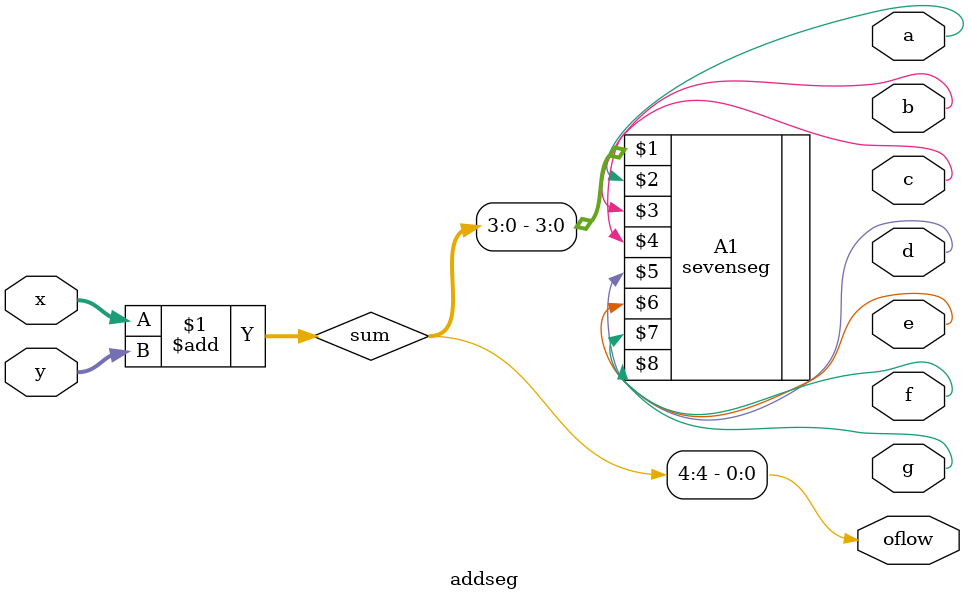
<source format=v>
`timescale 1ns / 1ps


module addseg(
    input [3:0] x,
    input [3:0] y,
    output a,
    output b,
    output c,
    output d,
    output e,
    output f,
    output g,
    output oflow
    );
    
    wire [4:0] sum;
    
    assign sum = x + y;
    assign oflow = sum[4]; 
    
    sevenseg A1 (sum[3:0],a,b,c,d,e,f,g);
    
endmodule

</source>
